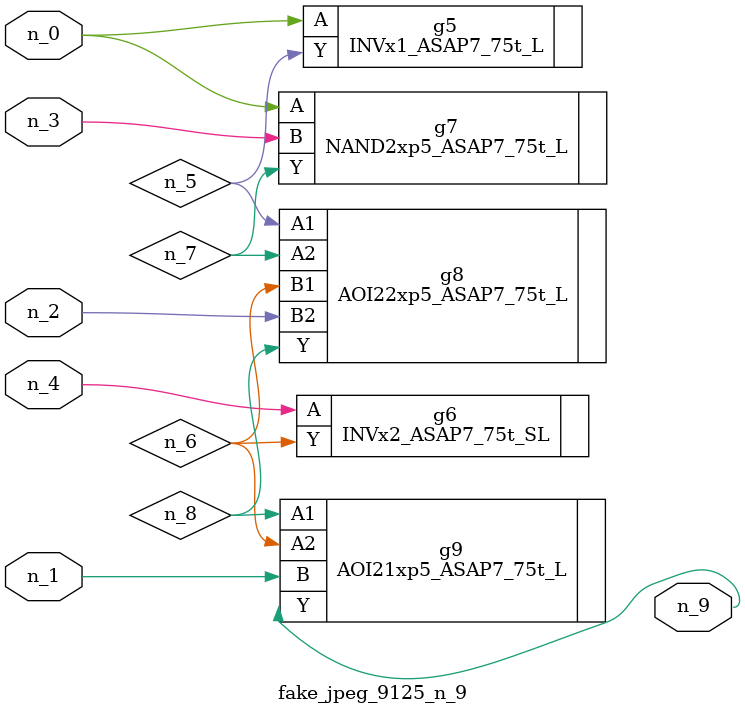
<source format=v>
module fake_jpeg_9125_n_9 (n_3, n_2, n_1, n_0, n_4, n_9);

input n_3;
input n_2;
input n_1;
input n_0;
input n_4;

output n_9;

wire n_8;
wire n_6;
wire n_5;
wire n_7;

INVx1_ASAP7_75t_L g5 ( 
.A(n_0),
.Y(n_5)
);

INVx2_ASAP7_75t_SL g6 ( 
.A(n_4),
.Y(n_6)
);

NAND2xp5_ASAP7_75t_L g7 ( 
.A(n_0),
.B(n_3),
.Y(n_7)
);

AOI22xp5_ASAP7_75t_L g8 ( 
.A1(n_5),
.A2(n_7),
.B1(n_6),
.B2(n_2),
.Y(n_8)
);

AOI21xp5_ASAP7_75t_L g9 ( 
.A1(n_8),
.A2(n_6),
.B(n_1),
.Y(n_9)
);


endmodule
</source>
